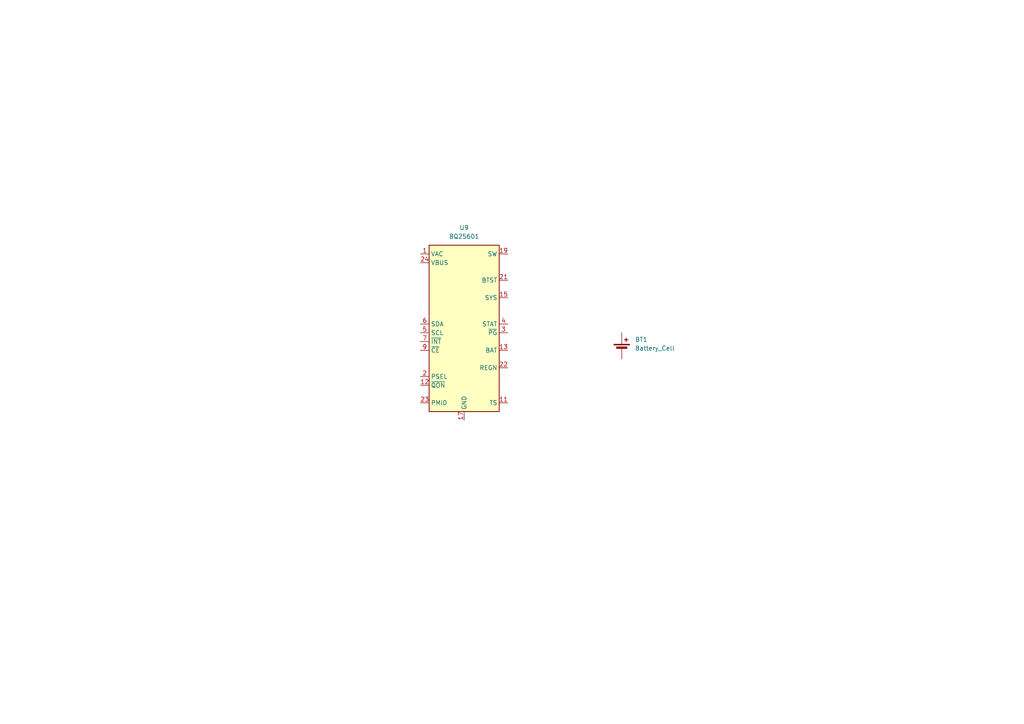
<source format=kicad_sch>
(kicad_sch (version 20230121) (generator eeschema)
  (paper "A4")
  (lib_symbols
    (symbol "Battery_Management:BQ25601"
      (property "Reference" "U" (at -8.89 26.67 0))
      (property "Value" "BQ25601" (at 6.35 26.67 0))
      (symbol "BQ25601_0_1"
        (rectangle (start -10.16 -22.86) (end 10.16 25.4) (stroke (width 0.254)) (fill (type background)))
      )
      (symbol "BQ25601_1_1"
        (pin input line (at -12.7 22.86 0) (length 2.54) (name "VAC") (number "1"))
        (pin no_connect line (at -10.16 12.7 0) (length 2.54) hide (name "NC") (number "10"))
        (pin passive line (at 12.7 -20.32 180) (length 2.54) (name "TS") (number "11"))
        (pin input line (at -12.7 -15.24 0) (length 2.54) (name "~{QON}") (number "12"))
        (pin power_in line (at 12.7 -5.08 180) (length 2.54) (name "BAT") (number "13"))
        (pin passive line (at 12.7 -5.08 180) (length 2.54) hide (name "BAT") (number "14"))
        (pin passive line (at 12.7 10.16 180) (length 2.54) (name "SYS") (number "15"))
        (pin passive line (at 12.7 10.16 180) (length 2.54) hide (name "SYS") (number "16"))
        (pin power_in line (at 0 -25.4 90) (length 2.54) (name "GND") (number "17"))
        (pin passive line (at 0 -25.4 90) (length 2.54) hide (name "GND") (number "18"))
        (pin passive line (at 12.7 22.86 180) (length 2.54) (name "SW") (number "19"))
        (pin input line (at -12.7 -12.7 0) (length 2.54) (name "PSEL") (number "2"))
        (pin passive line (at 12.7 22.86 180) (length 2.54) hide (name "SW") (number "20"))
        (pin input line (at 12.7 15.24 180) (length 2.54) (name "BTST") (number "21"))
        (pin passive line (at 12.7 -10.16 180) (length 2.54) (name "REGN") (number "22"))
        (pin passive line (at -12.7 -20.32 0) (length 2.54) (name "PMID") (number "23"))
        (pin power_in line (at -12.7 20.32 0) (length 2.54) (name "VBUS") (number "24"))
        (pin passive line (at 0 -25.4 90) (length 2.54) hide (name "GND") (number "25"))
        (pin open_collector line (at 12.7 0 180) (length 2.54) (name "~{PG}") (number "3"))
        (pin open_collector line (at 12.7 2.54 180) (length 2.54) (name "STAT") (number "4"))
        (pin input line (at -12.7 0 0) (length 2.54) (name "SCL") (number "5"))
        (pin bidirectional line (at -12.7 2.54 0) (length 2.54) (name "SDA") (number "6"))
        (pin open_collector line (at -12.7 -2.54 0) (length 2.54) (name "~{INT}") (number "7"))
        (pin no_connect line (at -10.16 15.24 0) (length 2.54) hide (name "NC") (number "8"))
        (pin input line (at -12.7 -5.08 0) (length 2.54) (name "~{CE}") (number "9"))
      )
    )
    (symbol "Device:Battery_Cell" (pin_numbers hide) (pin_names (offset 0) hide)
      (property "Reference" "BT" (at 2.54 2.54 0))
      (property "Value" "Battery_Cell" (at 2.54 0 0))
      (symbol "Battery_Cell_0_1"
        (rectangle (start -2.286 1.778) (end 2.286 1.524) (fill (type outline)))
        (rectangle (start -1.524 1.016) (end 1.524 0.508) (fill (type outline)))
        (polyline (pts (xy 0 0.762) (xy 0 0)))
        (polyline (pts (xy 0 1.778) (xy 0 2.54)))
        (polyline (pts (xy 0.762 3.048) (xy 1.778 3.048)) (stroke (width 0.254)))
        (polyline (pts (xy 1.27 3.556) (xy 1.27 2.54)) (stroke (width 0.254)))
      )
      (symbol "Battery_Cell_1_1"
        (pin passive line (at 0 5.08 270) (length 2.54) (name "+") (number "1"))
        (pin passive line (at 0 -2.54 90) (length 2.54) (name "-") (number "2"))
      )
    )
  )
  (symbol (lib_id "Battery_Management:BQ25601") (at 134.62 96.52 0) (unit 1)
    (property "Reference" "U9" (at 134.62 66.04 0))
    (property "Value" "BQ25601" (at 134.62 68.58 0))
    (property "Footprint" "Package_DFN_QFN:Texas_S-PWQFN-N24_EP2.7x2.7mm_ThermalVias" (effects hide))
    (property "Datasheet" "http://www.ti.com/lit/ds/symlink/bq25601.pdf" (effects hide))
  )
  (symbol (lib_id "Device:Battery_Cell") (at 180.34 101.6 0) (unit 1)
    (property "Reference" "BT1" (at 184.15 98.4885 0) (effects (justify left)))
    (property "Value" "Battery_Cell" (at 184.15 101.0285 0) (effects (justify left)))
  )
)
</source>
